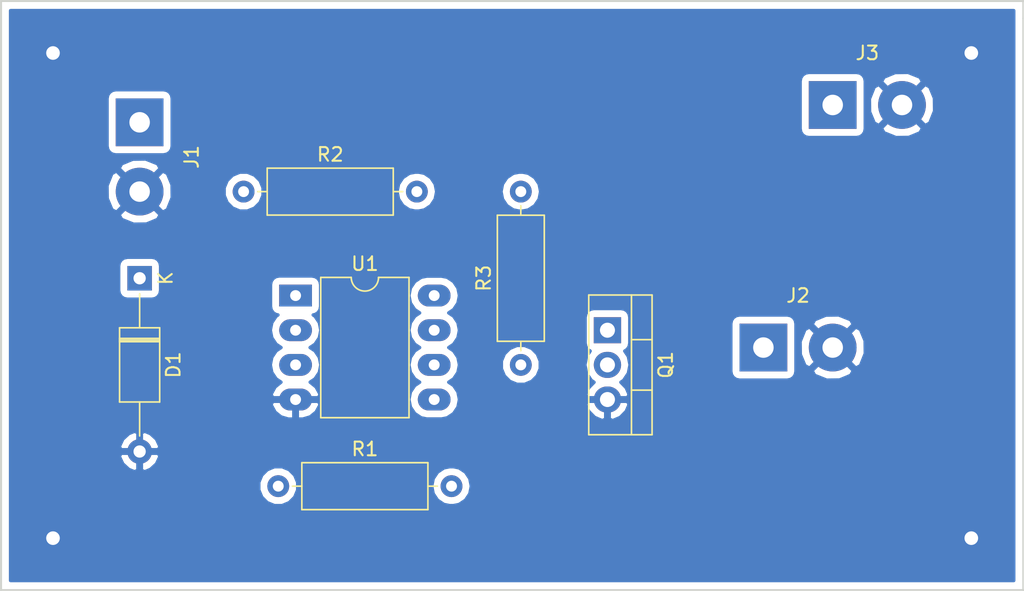
<source format=kicad_pcb>
(kicad_pcb (version 20171130) (host pcbnew "(5.0.2)-1")

  (general
    (thickness 1.6)
    (drawings 5)
    (tracks 4)
    (zones 0)
    (modules 9)
    (nets 9)
  )

  (page A4)
  (layers
    (0 F.Cu signal)
    (31 B.Cu signal)
    (32 B.Adhes user)
    (33 F.Adhes user)
    (34 B.Paste user)
    (35 F.Paste user)
    (36 B.SilkS user)
    (37 F.SilkS user)
    (38 B.Mask user)
    (39 F.Mask user)
    (40 Dwgs.User user)
    (41 Cmts.User user)
    (42 Eco1.User user)
    (43 Eco2.User user)
    (44 Edge.Cuts user)
    (45 Margin user)
    (46 B.CrtYd user)
    (47 F.CrtYd user)
    (48 B.Fab user)
    (49 F.Fab user)
  )

  (setup
    (last_trace_width 0.25)
    (trace_clearance 0.2)
    (zone_clearance 0.5)
    (zone_45_only no)
    (trace_min 0.2)
    (segment_width 0.2)
    (edge_width 0.15)
    (via_size 0.8)
    (via_drill 0.4)
    (via_min_size 0.4)
    (via_min_drill 0.3)
    (uvia_size 0.3)
    (uvia_drill 0.1)
    (uvias_allowed no)
    (uvia_min_size 0.2)
    (uvia_min_drill 0.1)
    (pcb_text_width 0.3)
    (pcb_text_size 1.5 1.5)
    (mod_edge_width 0.15)
    (mod_text_size 1 1)
    (mod_text_width 0.15)
    (pad_size 1.524 1.524)
    (pad_drill 0.762)
    (pad_to_mask_clearance 0.051)
    (solder_mask_min_width 0.25)
    (aux_axis_origin 0 0)
    (visible_elements 7FFFFFFF)
    (pcbplotparams
      (layerselection 0x01000_fffffffe)
      (usegerberextensions false)
      (usegerberattributes false)
      (usegerberadvancedattributes false)
      (creategerberjobfile false)
      (excludeedgelayer true)
      (linewidth 0.100000)
      (plotframeref false)
      (viasonmask false)
      (mode 1)
      (useauxorigin false)
      (hpglpennumber 1)
      (hpglpenspeed 20)
      (hpglpendiameter 15.000000)
      (psnegative false)
      (psa4output false)
      (plotreference false)
      (plotvalue false)
      (plotinvisibletext false)
      (padsonsilk false)
      (subtractmaskfromsilk false)
      (outputformat 4)
      (mirror false)
      (drillshape 0)
      (scaleselection 1)
      (outputdirectory "./"))
  )

  (net 0 "")
  (net 1 "Net-(Q1-Pad1)")
  (net 2 GND)
  (net 3 "Net-(D1-Pad1)")
  (net 4 +12V)
  (net 5 "Net-(R2-Pad2)")
  (net 6 "Net-(J2-Pad1)")
  (net 7 "Net-(J3-Pad1)")
  (net 8 "Net-(R3-Pad2)")

  (net_class Default "This is the default net class."
    (clearance 0.2)
    (trace_width 0.25)
    (via_dia 0.8)
    (via_drill 0.4)
    (uvia_dia 0.3)
    (uvia_drill 0.1)
    (add_net +12V)
    (add_net GND)
    (add_net "Net-(D1-Pad1)")
    (add_net "Net-(J3-Pad1)")
    (add_net "Net-(Q1-Pad1)")
    (add_net "Net-(R2-Pad2)")
    (add_net "Net-(R3-Pad2)")
  )

  (net_class tl035 ""
    (clearance 0.2)
    (trace_width 0.35)
    (via_dia 0.8)
    (via_drill 0.4)
    (uvia_dia 0.3)
    (uvia_drill 0.1)
    (add_net "Net-(J2-Pad1)")
  )

  (module Package_TO_SOT_THT:TO-220-3_Vertical (layer F.Cu) (tedit 5AC8BA0D) (tstamp 5C6C44FD)
    (at 166.37 59.69 270)
    (descr "TO-220-3, Vertical, RM 2.54mm, see https://www.vishay.com/docs/66542/to-220-1.pdf")
    (tags "TO-220-3 Vertical RM 2.54mm")
    (path /5C6C13F9)
    (fp_text reference Q1 (at 2.54 -4.27 270) (layer F.SilkS)
      (effects (font (size 1 1) (thickness 0.15)))
    )
    (fp_text value BUZ11 (at 2.54 2.5 270) (layer F.Fab)
      (effects (font (size 1 1) (thickness 0.15)))
    )
    (fp_line (start -2.46 -3.15) (end -2.46 1.25) (layer F.Fab) (width 0.1))
    (fp_line (start -2.46 1.25) (end 7.54 1.25) (layer F.Fab) (width 0.1))
    (fp_line (start 7.54 1.25) (end 7.54 -3.15) (layer F.Fab) (width 0.1))
    (fp_line (start 7.54 -3.15) (end -2.46 -3.15) (layer F.Fab) (width 0.1))
    (fp_line (start -2.46 -1.88) (end 7.54 -1.88) (layer F.Fab) (width 0.1))
    (fp_line (start 0.69 -3.15) (end 0.69 -1.88) (layer F.Fab) (width 0.1))
    (fp_line (start 4.39 -3.15) (end 4.39 -1.88) (layer F.Fab) (width 0.1))
    (fp_line (start -2.58 -3.27) (end 7.66 -3.27) (layer F.SilkS) (width 0.12))
    (fp_line (start -2.58 1.371) (end 7.66 1.371) (layer F.SilkS) (width 0.12))
    (fp_line (start -2.58 -3.27) (end -2.58 1.371) (layer F.SilkS) (width 0.12))
    (fp_line (start 7.66 -3.27) (end 7.66 1.371) (layer F.SilkS) (width 0.12))
    (fp_line (start -2.58 -1.76) (end 7.66 -1.76) (layer F.SilkS) (width 0.12))
    (fp_line (start 0.69 -3.27) (end 0.69 -1.76) (layer F.SilkS) (width 0.12))
    (fp_line (start 4.391 -3.27) (end 4.391 -1.76) (layer F.SilkS) (width 0.12))
    (fp_line (start -2.71 -3.4) (end -2.71 1.51) (layer F.CrtYd) (width 0.05))
    (fp_line (start -2.71 1.51) (end 7.79 1.51) (layer F.CrtYd) (width 0.05))
    (fp_line (start 7.79 1.51) (end 7.79 -3.4) (layer F.CrtYd) (width 0.05))
    (fp_line (start 7.79 -3.4) (end -2.71 -3.4) (layer F.CrtYd) (width 0.05))
    (fp_text user %R (at 2.54 -4.27 270) (layer F.Fab)
      (effects (font (size 1 1) (thickness 0.15)))
    )
    (pad 1 thru_hole rect (at 0 0 270) (size 1.905 2) (drill 1.1) (layers *.Cu *.Mask)
      (net 1 "Net-(Q1-Pad1)"))
    (pad 2 thru_hole oval (at 2.54 0 270) (size 1.905 2) (drill 1.1) (layers *.Cu *.Mask)
      (net 7 "Net-(J3-Pad1)"))
    (pad 3 thru_hole oval (at 5.08 0 270) (size 1.905 2) (drill 1.1) (layers *.Cu *.Mask)
      (net 2 GND))
    (model ${KISYS3DMOD}/Package_TO_SOT_THT.3dshapes/TO-220-3_Vertical.wrl
      (at (xyz 0 0 0))
      (scale (xyz 1 1 1))
      (rotate (xyz 0 0 0))
    )
  )

  (module Resistor_THT:R_Axial_DIN0309_L9.0mm_D3.2mm_P12.70mm_Horizontal (layer F.Cu) (tedit 5AE5139B) (tstamp 5C6C932D)
    (at 160.02 62.23 90)
    (descr "Resistor, Axial_DIN0309 series, Axial, Horizontal, pin pitch=12.7mm, 0.5W = 1/2W, length*diameter=9*3.2mm^2, http://cdn-reichelt.de/documents/datenblatt/B400/1_4W%23YAG.pdf")
    (tags "Resistor Axial_DIN0309 series Axial Horizontal pin pitch 12.7mm 0.5W = 1/2W length 9mm diameter 3.2mm")
    (path /5C6C1AFD)
    (fp_text reference R3 (at 6.35 -2.72 90) (layer F.SilkS)
      (effects (font (size 1 1) (thickness 0.15)))
    )
    (fp_text value 120 (at 6.35 2.72 90) (layer F.Fab)
      (effects (font (size 1 1) (thickness 0.15)))
    )
    (fp_line (start 1.85 -1.6) (end 1.85 1.6) (layer F.Fab) (width 0.1))
    (fp_line (start 1.85 1.6) (end 10.85 1.6) (layer F.Fab) (width 0.1))
    (fp_line (start 10.85 1.6) (end 10.85 -1.6) (layer F.Fab) (width 0.1))
    (fp_line (start 10.85 -1.6) (end 1.85 -1.6) (layer F.Fab) (width 0.1))
    (fp_line (start 0 0) (end 1.85 0) (layer F.Fab) (width 0.1))
    (fp_line (start 12.7 0) (end 10.85 0) (layer F.Fab) (width 0.1))
    (fp_line (start 1.73 -1.72) (end 1.73 1.72) (layer F.SilkS) (width 0.12))
    (fp_line (start 1.73 1.72) (end 10.97 1.72) (layer F.SilkS) (width 0.12))
    (fp_line (start 10.97 1.72) (end 10.97 -1.72) (layer F.SilkS) (width 0.12))
    (fp_line (start 10.97 -1.72) (end 1.73 -1.72) (layer F.SilkS) (width 0.12))
    (fp_line (start 1.04 0) (end 1.73 0) (layer F.SilkS) (width 0.12))
    (fp_line (start 11.66 0) (end 10.97 0) (layer F.SilkS) (width 0.12))
    (fp_line (start -1.05 -1.85) (end -1.05 1.85) (layer F.CrtYd) (width 0.05))
    (fp_line (start -1.05 1.85) (end 13.75 1.85) (layer F.CrtYd) (width 0.05))
    (fp_line (start 13.75 1.85) (end 13.75 -1.85) (layer F.CrtYd) (width 0.05))
    (fp_line (start 13.75 -1.85) (end -1.05 -1.85) (layer F.CrtYd) (width 0.05))
    (fp_text user %R (at 6.35 0 90) (layer F.Fab)
      (effects (font (size 1 1) (thickness 0.15)))
    )
    (pad 1 thru_hole circle (at 0 0 90) (size 1.6 1.6) (drill 0.8) (layers *.Cu *.Mask)
      (net 1 "Net-(Q1-Pad1)"))
    (pad 2 thru_hole oval (at 12.7 0 90) (size 1.6 1.6) (drill 0.8) (layers *.Cu *.Mask)
      (net 8 "Net-(R3-Pad2)"))
    (model ${KISYS3DMOD}/Resistor_THT.3dshapes/R_Axial_DIN0309_L9.0mm_D3.2mm_P12.70mm_Horizontal.wrl
      (at (xyz 0 0 0))
      (scale (xyz 1 1 1))
      (rotate (xyz 0 0 0))
    )
  )

  (module Diode_THT:D_A-405_P12.70mm_Horizontal (layer F.Cu) (tedit 5AE50CD5) (tstamp 5C6C916F)
    (at 132.08 55.88 270)
    (descr "Diode, A-405 series, Axial, Horizontal, pin pitch=12.7mm, , length*diameter=5.2*2.7mm^2, , http://www.diodes.com/_files/packages/A-405.pdf")
    (tags "Diode A-405 series Axial Horizontal pin pitch 12.7mm  length 5.2mm diameter 2.7mm")
    (path /5C6C4D91)
    (fp_text reference D1 (at 6.35 -2.47 270) (layer F.SilkS)
      (effects (font (size 1 1) (thickness 0.15)))
    )
    (fp_text value D_Zener (at 6.35 2.47 270) (layer F.Fab)
      (effects (font (size 1 1) (thickness 0.15)))
    )
    (fp_line (start 3.75 -1.35) (end 3.75 1.35) (layer F.Fab) (width 0.1))
    (fp_line (start 3.75 1.35) (end 8.95 1.35) (layer F.Fab) (width 0.1))
    (fp_line (start 8.95 1.35) (end 8.95 -1.35) (layer F.Fab) (width 0.1))
    (fp_line (start 8.95 -1.35) (end 3.75 -1.35) (layer F.Fab) (width 0.1))
    (fp_line (start 0 0) (end 3.75 0) (layer F.Fab) (width 0.1))
    (fp_line (start 12.7 0) (end 8.95 0) (layer F.Fab) (width 0.1))
    (fp_line (start 4.53 -1.35) (end 4.53 1.35) (layer F.Fab) (width 0.1))
    (fp_line (start 4.63 -1.35) (end 4.63 1.35) (layer F.Fab) (width 0.1))
    (fp_line (start 4.43 -1.35) (end 4.43 1.35) (layer F.Fab) (width 0.1))
    (fp_line (start 3.63 -1.47) (end 3.63 1.47) (layer F.SilkS) (width 0.12))
    (fp_line (start 3.63 1.47) (end 9.07 1.47) (layer F.SilkS) (width 0.12))
    (fp_line (start 9.07 1.47) (end 9.07 -1.47) (layer F.SilkS) (width 0.12))
    (fp_line (start 9.07 -1.47) (end 3.63 -1.47) (layer F.SilkS) (width 0.12))
    (fp_line (start 1.14 0) (end 3.63 0) (layer F.SilkS) (width 0.12))
    (fp_line (start 11.56 0) (end 9.07 0) (layer F.SilkS) (width 0.12))
    (fp_line (start 4.53 -1.47) (end 4.53 1.47) (layer F.SilkS) (width 0.12))
    (fp_line (start 4.65 -1.47) (end 4.65 1.47) (layer F.SilkS) (width 0.12))
    (fp_line (start 4.41 -1.47) (end 4.41 1.47) (layer F.SilkS) (width 0.12))
    (fp_line (start -1.15 -1.6) (end -1.15 1.6) (layer F.CrtYd) (width 0.05))
    (fp_line (start -1.15 1.6) (end 13.85 1.6) (layer F.CrtYd) (width 0.05))
    (fp_line (start 13.85 1.6) (end 13.85 -1.6) (layer F.CrtYd) (width 0.05))
    (fp_line (start 13.85 -1.6) (end -1.15 -1.6) (layer F.CrtYd) (width 0.05))
    (fp_text user %R (at 6.74 0 270) (layer F.Fab)
      (effects (font (size 1 1) (thickness 0.15)))
    )
    (fp_text user K (at 0 -1.9 270) (layer F.Fab)
      (effects (font (size 1 1) (thickness 0.15)))
    )
    (fp_text user K (at 0 -1.9 270) (layer F.SilkS)
      (effects (font (size 1 1) (thickness 0.15)))
    )
    (pad 1 thru_hole rect (at 0 0 270) (size 1.8 1.8) (drill 0.9) (layers *.Cu *.Mask)
      (net 3 "Net-(D1-Pad1)"))
    (pad 2 thru_hole oval (at 12.7 0 270) (size 1.8 1.8) (drill 0.9) (layers *.Cu *.Mask)
      (net 2 GND))
    (model ${KISYS3DMOD}/Diode_THT.3dshapes/D_A-405_P12.70mm_Horizontal.wrl
      (at (xyz 0 0 0))
      (scale (xyz 1 1 1))
      (rotate (xyz 0 0 0))
    )
  )

  (module Resistor_THT:R_Axial_DIN0309_L9.0mm_D3.2mm_P12.70mm_Horizontal (layer F.Cu) (tedit 5AE5139B) (tstamp 5C6C9186)
    (at 142.24 71.12)
    (descr "Resistor, Axial_DIN0309 series, Axial, Horizontal, pin pitch=12.7mm, 0.5W = 1/2W, length*diameter=9*3.2mm^2, http://cdn-reichelt.de/documents/datenblatt/B400/1_4W%23YAG.pdf")
    (tags "Resistor Axial_DIN0309 series Axial Horizontal pin pitch 12.7mm 0.5W = 1/2W length 9mm diameter 3.2mm")
    (path /5C6C1831)
    (fp_text reference R1 (at 6.35 -2.72) (layer F.SilkS)
      (effects (font (size 1 1) (thickness 0.15)))
    )
    (fp_text value 1k (at 6.35 2.72) (layer F.Fab)
      (effects (font (size 1 1) (thickness 0.15)))
    )
    (fp_text user %R (at 6.35 0) (layer F.Fab)
      (effects (font (size 1 1) (thickness 0.15)))
    )
    (fp_line (start 13.75 -1.85) (end -1.05 -1.85) (layer F.CrtYd) (width 0.05))
    (fp_line (start 13.75 1.85) (end 13.75 -1.85) (layer F.CrtYd) (width 0.05))
    (fp_line (start -1.05 1.85) (end 13.75 1.85) (layer F.CrtYd) (width 0.05))
    (fp_line (start -1.05 -1.85) (end -1.05 1.85) (layer F.CrtYd) (width 0.05))
    (fp_line (start 11.66 0) (end 10.97 0) (layer F.SilkS) (width 0.12))
    (fp_line (start 1.04 0) (end 1.73 0) (layer F.SilkS) (width 0.12))
    (fp_line (start 10.97 -1.72) (end 1.73 -1.72) (layer F.SilkS) (width 0.12))
    (fp_line (start 10.97 1.72) (end 10.97 -1.72) (layer F.SilkS) (width 0.12))
    (fp_line (start 1.73 1.72) (end 10.97 1.72) (layer F.SilkS) (width 0.12))
    (fp_line (start 1.73 -1.72) (end 1.73 1.72) (layer F.SilkS) (width 0.12))
    (fp_line (start 12.7 0) (end 10.85 0) (layer F.Fab) (width 0.1))
    (fp_line (start 0 0) (end 1.85 0) (layer F.Fab) (width 0.1))
    (fp_line (start 10.85 -1.6) (end 1.85 -1.6) (layer F.Fab) (width 0.1))
    (fp_line (start 10.85 1.6) (end 10.85 -1.6) (layer F.Fab) (width 0.1))
    (fp_line (start 1.85 1.6) (end 10.85 1.6) (layer F.Fab) (width 0.1))
    (fp_line (start 1.85 -1.6) (end 1.85 1.6) (layer F.Fab) (width 0.1))
    (pad 2 thru_hole oval (at 12.7 0) (size 1.6 1.6) (drill 0.8) (layers *.Cu *.Mask)
      (net 4 +12V))
    (pad 1 thru_hole circle (at 0 0) (size 1.6 1.6) (drill 0.8) (layers *.Cu *.Mask)
      (net 3 "Net-(D1-Pad1)"))
    (model ${KISYS3DMOD}/Resistor_THT.3dshapes/R_Axial_DIN0309_L9.0mm_D3.2mm_P12.70mm_Horizontal.wrl
      (at (xyz 0 0 0))
      (scale (xyz 1 1 1))
      (rotate (xyz 0 0 0))
    )
  )

  (module Resistor_THT:R_Axial_DIN0309_L9.0mm_D3.2mm_P12.70mm_Horizontal (layer F.Cu) (tedit 5AE5139B) (tstamp 5C6C919D)
    (at 139.7 49.53)
    (descr "Resistor, Axial_DIN0309 series, Axial, Horizontal, pin pitch=12.7mm, 0.5W = 1/2W, length*diameter=9*3.2mm^2, http://cdn-reichelt.de/documents/datenblatt/B400/1_4W%23YAG.pdf")
    (tags "Resistor Axial_DIN0309 series Axial Horizontal pin pitch 12.7mm 0.5W = 1/2W length 9mm diameter 3.2mm")
    (path /5C6C17A3)
    (fp_text reference R2 (at 6.35 -2.72) (layer F.SilkS)
      (effects (font (size 1 1) (thickness 0.15)))
    )
    (fp_text value 10k (at 6.35 2.72) (layer F.Fab)
      (effects (font (size 1 1) (thickness 0.15)))
    )
    (fp_line (start 1.85 -1.6) (end 1.85 1.6) (layer F.Fab) (width 0.1))
    (fp_line (start 1.85 1.6) (end 10.85 1.6) (layer F.Fab) (width 0.1))
    (fp_line (start 10.85 1.6) (end 10.85 -1.6) (layer F.Fab) (width 0.1))
    (fp_line (start 10.85 -1.6) (end 1.85 -1.6) (layer F.Fab) (width 0.1))
    (fp_line (start 0 0) (end 1.85 0) (layer F.Fab) (width 0.1))
    (fp_line (start 12.7 0) (end 10.85 0) (layer F.Fab) (width 0.1))
    (fp_line (start 1.73 -1.72) (end 1.73 1.72) (layer F.SilkS) (width 0.12))
    (fp_line (start 1.73 1.72) (end 10.97 1.72) (layer F.SilkS) (width 0.12))
    (fp_line (start 10.97 1.72) (end 10.97 -1.72) (layer F.SilkS) (width 0.12))
    (fp_line (start 10.97 -1.72) (end 1.73 -1.72) (layer F.SilkS) (width 0.12))
    (fp_line (start 1.04 0) (end 1.73 0) (layer F.SilkS) (width 0.12))
    (fp_line (start 11.66 0) (end 10.97 0) (layer F.SilkS) (width 0.12))
    (fp_line (start -1.05 -1.85) (end -1.05 1.85) (layer F.CrtYd) (width 0.05))
    (fp_line (start -1.05 1.85) (end 13.75 1.85) (layer F.CrtYd) (width 0.05))
    (fp_line (start 13.75 1.85) (end 13.75 -1.85) (layer F.CrtYd) (width 0.05))
    (fp_line (start 13.75 -1.85) (end -1.05 -1.85) (layer F.CrtYd) (width 0.05))
    (fp_text user %R (at 6.35 0) (layer F.Fab)
      (effects (font (size 1 1) (thickness 0.15)))
    )
    (pad 1 thru_hole circle (at 0 0) (size 1.6 1.6) (drill 0.8) (layers *.Cu *.Mask)
      (net 6 "Net-(J2-Pad1)"))
    (pad 2 thru_hole oval (at 12.7 0) (size 1.6 1.6) (drill 0.8) (layers *.Cu *.Mask)
      (net 5 "Net-(R2-Pad2)"))
    (model ${KISYS3DMOD}/Resistor_THT.3dshapes/R_Axial_DIN0309_L9.0mm_D3.2mm_P12.70mm_Horizontal.wrl
      (at (xyz 0 0 0))
      (scale (xyz 1 1 1))
      (rotate (xyz 0 0 0))
    )
  )

  (module Package_DIP:DIP-8_W10.16mm_LongPads (layer F.Cu) (tedit 5A02E8C5) (tstamp 5C6C91B9)
    (at 143.51 57.15)
    (descr "8-lead though-hole mounted DIP package, row spacing 10.16 mm (400 mils), LongPads")
    (tags "THT DIP DIL PDIP 2.54mm 10.16mm 400mil LongPads")
    (path /5C6C5176)
    (fp_text reference U1 (at 5.08 -2.33) (layer F.SilkS)
      (effects (font (size 1 1) (thickness 0.15)))
    )
    (fp_text value LM741 (at 5.08 9.95) (layer F.Fab)
      (effects (font (size 1 1) (thickness 0.15)))
    )
    (fp_arc (start 5.08 -1.33) (end 4.08 -1.33) (angle -180) (layer F.SilkS) (width 0.12))
    (fp_line (start 2.905 -1.27) (end 8.255 -1.27) (layer F.Fab) (width 0.1))
    (fp_line (start 8.255 -1.27) (end 8.255 8.89) (layer F.Fab) (width 0.1))
    (fp_line (start 8.255 8.89) (end 1.905 8.89) (layer F.Fab) (width 0.1))
    (fp_line (start 1.905 8.89) (end 1.905 -0.27) (layer F.Fab) (width 0.1))
    (fp_line (start 1.905 -0.27) (end 2.905 -1.27) (layer F.Fab) (width 0.1))
    (fp_line (start 4.08 -1.33) (end 1.845 -1.33) (layer F.SilkS) (width 0.12))
    (fp_line (start 1.845 -1.33) (end 1.845 8.95) (layer F.SilkS) (width 0.12))
    (fp_line (start 1.845 8.95) (end 8.315 8.95) (layer F.SilkS) (width 0.12))
    (fp_line (start 8.315 8.95) (end 8.315 -1.33) (layer F.SilkS) (width 0.12))
    (fp_line (start 8.315 -1.33) (end 6.08 -1.33) (layer F.SilkS) (width 0.12))
    (fp_line (start -1.5 -1.55) (end -1.5 9.15) (layer F.CrtYd) (width 0.05))
    (fp_line (start -1.5 9.15) (end 11.65 9.15) (layer F.CrtYd) (width 0.05))
    (fp_line (start 11.65 9.15) (end 11.65 -1.55) (layer F.CrtYd) (width 0.05))
    (fp_line (start 11.65 -1.55) (end -1.5 -1.55) (layer F.CrtYd) (width 0.05))
    (fp_text user %R (at 5.08 3.81) (layer F.Fab)
      (effects (font (size 1 1) (thickness 0.15)))
    )
    (pad 1 thru_hole rect (at 0 0) (size 2.4 1.6) (drill 0.8) (layers *.Cu *.Mask))
    (pad 5 thru_hole oval (at 10.16 7.62) (size 2.4 1.6) (drill 0.8) (layers *.Cu *.Mask))
    (pad 2 thru_hole oval (at 0 2.54) (size 2.4 1.6) (drill 0.8) (layers *.Cu *.Mask)
      (net 5 "Net-(R2-Pad2)"))
    (pad 6 thru_hole oval (at 10.16 5.08) (size 2.4 1.6) (drill 0.8) (layers *.Cu *.Mask)
      (net 8 "Net-(R3-Pad2)"))
    (pad 3 thru_hole oval (at 0 5.08) (size 2.4 1.6) (drill 0.8) (layers *.Cu *.Mask)
      (net 3 "Net-(D1-Pad1)"))
    (pad 7 thru_hole oval (at 10.16 2.54) (size 2.4 1.6) (drill 0.8) (layers *.Cu *.Mask)
      (net 4 +12V))
    (pad 4 thru_hole oval (at 0 7.62) (size 2.4 1.6) (drill 0.8) (layers *.Cu *.Mask)
      (net 2 GND))
    (pad 8 thru_hole oval (at 10.16 0) (size 2.4 1.6) (drill 0.8) (layers *.Cu *.Mask))
    (model ${KISYS3DMOD}/Package_DIP.3dshapes/DIP-8_W10.16mm.wrl
      (at (xyz 0 0 0))
      (scale (xyz 1 1 1))
      (rotate (xyz 0 0 0))
    )
  )

  (module Connector_Wire:SolderWirePad_1x02_P5.08mm_Drill1.5mm (layer F.Cu) (tedit 5AEE5F19) (tstamp 5C7C4529)
    (at 132.08 44.45 270)
    (descr "Wire solder connection")
    (tags connector)
    (path /5C6C6F0A)
    (attr virtual)
    (fp_text reference J1 (at 2.54 -3.81 270) (layer F.SilkS)
      (effects (font (size 1 1) (thickness 0.15)))
    )
    (fp_text value input (at 2.54 3.81 270) (layer F.Fab)
      (effects (font (size 1 1) (thickness 0.15)))
    )
    (fp_text user %R (at 2.54 0 270) (layer F.Fab)
      (effects (font (size 1 1) (thickness 0.15)))
    )
    (fp_line (start -2.25 -2.25) (end 7.33 -2.25) (layer F.CrtYd) (width 0.05))
    (fp_line (start -2.25 -2.25) (end -2.25 2.25) (layer F.CrtYd) (width 0.05))
    (fp_line (start 7.33 2.25) (end 7.33 -2.25) (layer F.CrtYd) (width 0.05))
    (fp_line (start 7.33 2.25) (end -2.25 2.25) (layer F.CrtYd) (width 0.05))
    (pad 1 thru_hole rect (at 0 0 270) (size 3.50012 3.50012) (drill 1.50114) (layers *.Cu *.Mask)
      (net 4 +12V))
    (pad 2 thru_hole circle (at 5.08 0 270) (size 3.50012 3.50012) (drill 1.50114) (layers *.Cu *.Mask)
      (net 2 GND))
  )

  (module Connector_Wire:SolderWirePad_1x02_P5.08mm_Drill1.5mm (layer F.Cu) (tedit 5AEE5F19) (tstamp 5C7C4534)
    (at 177.8 60.96)
    (descr "Wire solder connection")
    (tags connector)
    (path /5C6C6B7B)
    (attr virtual)
    (fp_text reference J2 (at 2.54 -3.81) (layer F.SilkS)
      (effects (font (size 1 1) (thickness 0.15)))
    )
    (fp_text value PWM (at 2.54 3.81) (layer F.Fab)
      (effects (font (size 1 1) (thickness 0.15)))
    )
    (fp_text user %R (at 2.54 0) (layer F.Fab)
      (effects (font (size 1 1) (thickness 0.15)))
    )
    (fp_line (start -2.25 -2.25) (end 7.33 -2.25) (layer F.CrtYd) (width 0.05))
    (fp_line (start -2.25 -2.25) (end -2.25 2.25) (layer F.CrtYd) (width 0.05))
    (fp_line (start 7.33 2.25) (end 7.33 -2.25) (layer F.CrtYd) (width 0.05))
    (fp_line (start 7.33 2.25) (end -2.25 2.25) (layer F.CrtYd) (width 0.05))
    (pad 1 thru_hole rect (at 0 0) (size 3.50012 3.50012) (drill 1.50114) (layers *.Cu *.Mask)
      (net 6 "Net-(J2-Pad1)"))
    (pad 2 thru_hole circle (at 5.08 0) (size 3.50012 3.50012) (drill 1.50114) (layers *.Cu *.Mask)
      (net 2 GND))
  )

  (module Connector_Wire:SolderWirePad_1x02_P5.08mm_Drill1.5mm (layer F.Cu) (tedit 5AEE5F19) (tstamp 5C7C453F)
    (at 182.88 43.18)
    (descr "Wire solder connection")
    (tags connector)
    (path /5C6C6DFD)
    (attr virtual)
    (fp_text reference J3 (at 2.54 -3.81) (layer F.SilkS)
      (effects (font (size 1 1) (thickness 0.15)))
    )
    (fp_text value "LED strip" (at 2.54 3.81) (layer F.Fab)
      (effects (font (size 1 1) (thickness 0.15)))
    )
    (fp_line (start 7.33 2.25) (end -2.25 2.25) (layer F.CrtYd) (width 0.05))
    (fp_line (start 7.33 2.25) (end 7.33 -2.25) (layer F.CrtYd) (width 0.05))
    (fp_line (start -2.25 -2.25) (end -2.25 2.25) (layer F.CrtYd) (width 0.05))
    (fp_line (start -2.25 -2.25) (end 7.33 -2.25) (layer F.CrtYd) (width 0.05))
    (fp_text user %R (at 2.54 0) (layer F.Fab)
      (effects (font (size 1 1) (thickness 0.15)))
    )
    (pad 2 thru_hole circle (at 5.08 0) (size 3.50012 3.50012) (drill 1.50114) (layers *.Cu *.Mask)
      (net 2 GND))
    (pad 1 thru_hole rect (at 0 0) (size 3.50012 3.50012) (drill 1.50114) (layers *.Cu *.Mask)
      (net 7 "Net-(J3-Pad1)"))
  )

  (gr_line (start 196.85 35.56) (end 196.85 36.83) (layer Edge.Cuts) (width 0.15))
  (gr_line (start 121.92 35.56) (end 196.85 35.56) (layer Edge.Cuts) (width 0.15))
  (gr_line (start 121.92 35.56) (end 121.92 78.74) (layer Edge.Cuts) (width 0.15))
  (gr_line (start 196.85 78.74) (end 196.85 36.83) (layer Edge.Cuts) (width 0.15))
  (gr_line (start 121.92 78.74) (end 196.85 78.74) (layer Edge.Cuts) (width 0.15))

  (via (at 193.04 39.37) (size 4) (drill 1) (layers F.Cu B.Cu) (net 2))
  (via (at 193.04 74.93) (size 4) (drill 1) (layers F.Cu B.Cu) (net 2))
  (via (at 125.73 74.93) (size 4) (drill 1) (layers F.Cu B.Cu) (net 2))
  (via (at 125.73 39.37) (size 4) (drill 1) (layers F.Cu B.Cu) (net 2))

  (zone (net 2) (net_name GND) (layer B.Cu) (tstamp 5C7523F1) (hatch edge 0.508)
    (connect_pads (clearance 0.5))
    (min_thickness 0.254)
    (fill yes (arc_segments 16) (thermal_gap 0.508) (thermal_bridge_width 0.508))
    (polygon
      (pts
        (xy 121.92 35.56) (xy 196.85 35.56) (xy 196.85 78.74) (xy 121.92 78.74)
      )
    )
    (filled_polygon
      (pts
        (xy 196.148001 36.760864) (xy 196.148 78.038) (xy 122.622 78.038) (xy 122.622 70.836152) (xy 140.813 70.836152)
        (xy 140.813 71.403848) (xy 141.030247 71.928331) (xy 141.431669 72.329753) (xy 141.956152 72.547) (xy 142.523848 72.547)
        (xy 143.048331 72.329753) (xy 143.449753 71.928331) (xy 143.667 71.403848) (xy 143.667 71.12) (xy 153.485044 71.12)
        (xy 153.595796 71.676788) (xy 153.911191 72.148809) (xy 154.383212 72.464204) (xy 154.799456 72.547) (xy 155.080544 72.547)
        (xy 155.496788 72.464204) (xy 155.968809 72.148809) (xy 156.284204 71.676788) (xy 156.394956 71.12) (xy 156.284204 70.563212)
        (xy 155.968809 70.091191) (xy 155.496788 69.775796) (xy 155.080544 69.693) (xy 154.799456 69.693) (xy 154.383212 69.775796)
        (xy 153.911191 70.091191) (xy 153.595796 70.563212) (xy 153.485044 71.12) (xy 143.667 71.12) (xy 143.667 70.836152)
        (xy 143.449753 70.311669) (xy 143.048331 69.910247) (xy 142.523848 69.693) (xy 141.956152 69.693) (xy 141.431669 69.910247)
        (xy 141.030247 70.311669) (xy 140.813 70.836152) (xy 122.622 70.836152) (xy 122.622 68.944742) (xy 130.588954 68.944742)
        (xy 130.842034 69.487576) (xy 131.283583 69.89224) (xy 131.71526 70.071036) (xy 131.953 69.950378) (xy 131.953 68.707)
        (xy 132.207 68.707) (xy 132.207 69.950378) (xy 132.44474 70.071036) (xy 132.876417 69.89224) (xy 133.317966 69.487576)
        (xy 133.571046 68.944742) (xy 133.450997 68.707) (xy 132.207 68.707) (xy 131.953 68.707) (xy 130.709003 68.707)
        (xy 130.588954 68.944742) (xy 122.622 68.944742) (xy 122.622 68.215258) (xy 130.588954 68.215258) (xy 130.709003 68.453)
        (xy 131.953 68.453) (xy 131.953 67.209622) (xy 132.207 67.209622) (xy 132.207 68.453) (xy 133.450997 68.453)
        (xy 133.571046 68.215258) (xy 133.317966 67.672424) (xy 132.876417 67.26776) (xy 132.44474 67.088964) (xy 132.207 67.209622)
        (xy 131.953 67.209622) (xy 131.71526 67.088964) (xy 131.283583 67.26776) (xy 130.842034 67.672424) (xy 130.588954 68.215258)
        (xy 122.622 68.215258) (xy 122.622 65.119039) (xy 141.718096 65.119039) (xy 141.735633 65.201819) (xy 142.0055 65.694896)
        (xy 142.443517 66.047166) (xy 142.983 66.205) (xy 143.383 66.205) (xy 143.383 64.897) (xy 143.637 64.897)
        (xy 143.637 66.205) (xy 144.037 66.205) (xy 144.576483 66.047166) (xy 145.0145 65.694896) (xy 145.284367 65.201819)
        (xy 145.301904 65.119039) (xy 145.179915 64.897) (xy 143.637 64.897) (xy 143.383 64.897) (xy 141.840085 64.897)
        (xy 141.718096 65.119039) (xy 122.622 65.119039) (xy 122.622 59.69) (xy 141.655044 59.69) (xy 141.765796 60.246788)
        (xy 142.081191 60.718809) (xy 142.442158 60.96) (xy 142.081191 61.201191) (xy 141.765796 61.673212) (xy 141.655044 62.23)
        (xy 141.765796 62.786788) (xy 142.081191 63.258809) (xy 142.438034 63.497244) (xy 142.0055 63.845104) (xy 141.735633 64.338181)
        (xy 141.718096 64.420961) (xy 141.840085 64.643) (xy 143.383 64.643) (xy 143.383 64.623) (xy 143.637 64.623)
        (xy 143.637 64.643) (xy 145.179915 64.643) (xy 145.301904 64.420961) (xy 145.284367 64.338181) (xy 145.0145 63.845104)
        (xy 144.581966 63.497244) (xy 144.938809 63.258809) (xy 145.254204 62.786788) (xy 145.364956 62.23) (xy 145.254204 61.673212)
        (xy 144.938809 61.201191) (xy 144.577842 60.96) (xy 144.938809 60.718809) (xy 145.254204 60.246788) (xy 145.364956 59.69)
        (xy 145.254204 59.133212) (xy 144.938809 58.661191) (xy 144.80339 58.570706) (xy 144.954643 58.54062) (xy 145.162041 58.402041)
        (xy 145.30062 58.194643) (xy 145.349283 57.95) (xy 145.349283 57.15) (xy 151.815044 57.15) (xy 151.925796 57.706788)
        (xy 152.241191 58.178809) (xy 152.602158 58.42) (xy 152.241191 58.661191) (xy 151.925796 59.133212) (xy 151.815044 59.69)
        (xy 151.925796 60.246788) (xy 152.241191 60.718809) (xy 152.602158 60.96) (xy 152.241191 61.201191) (xy 151.925796 61.673212)
        (xy 151.815044 62.23) (xy 151.925796 62.786788) (xy 152.241191 63.258809) (xy 152.602158 63.5) (xy 152.241191 63.741191)
        (xy 151.925796 64.213212) (xy 151.815044 64.77) (xy 151.925796 65.326788) (xy 152.241191 65.798809) (xy 152.713212 66.114204)
        (xy 153.129456 66.197) (xy 154.210544 66.197) (xy 154.626788 66.114204) (xy 155.098809 65.798809) (xy 155.414204 65.326788)
        (xy 155.450765 65.14298) (xy 164.779437 65.14298) (xy 164.994027 65.636924) (xy 165.426909 66.079318) (xy 165.996136 66.32238)
        (xy 166.243 66.195572) (xy 166.243 64.897) (xy 166.497 64.897) (xy 166.497 66.195572) (xy 166.743864 66.32238)
        (xy 167.313091 66.079318) (xy 167.745973 65.636924) (xy 167.960563 65.14298) (xy 167.840594 64.897) (xy 166.497 64.897)
        (xy 166.243 64.897) (xy 164.899406 64.897) (xy 164.779437 65.14298) (xy 155.450765 65.14298) (xy 155.524956 64.77)
        (xy 155.414204 64.213212) (xy 155.098809 63.741191) (xy 154.737842 63.5) (xy 155.098809 63.258809) (xy 155.414204 62.786788)
        (xy 155.524956 62.23) (xy 155.468496 61.946152) (xy 158.593 61.946152) (xy 158.593 62.513848) (xy 158.810247 63.038331)
        (xy 159.211669 63.439753) (xy 159.736152 63.657) (xy 160.303848 63.657) (xy 160.828331 63.439753) (xy 161.229753 63.038331)
        (xy 161.447 62.513848) (xy 161.447 62.23) (xy 164.712056 62.23) (xy 164.834644 62.84629) (xy 165.183744 63.368756)
        (xy 165.385166 63.503342) (xy 164.994027 63.903076) (xy 164.779437 64.39702) (xy 164.899406 64.643) (xy 166.243 64.643)
        (xy 166.243 64.623) (xy 166.497 64.623) (xy 166.497 64.643) (xy 167.840594 64.643) (xy 167.960563 64.39702)
        (xy 167.745973 63.903076) (xy 167.354834 63.503342) (xy 167.556256 63.368756) (xy 167.905356 62.84629) (xy 168.027944 62.23)
        (xy 167.905356 61.61371) (xy 167.639816 61.2163) (xy 167.822041 61.094541) (xy 167.96062 60.887143) (xy 168.009283 60.6425)
        (xy 168.009283 59.20994) (xy 175.410657 59.20994) (xy 175.410657 62.71006) (xy 175.45932 62.954703) (xy 175.597899 63.162101)
        (xy 175.805297 63.30068) (xy 176.04994 63.349343) (xy 179.55006 63.349343) (xy 179.794703 63.30068) (xy 180.002101 63.162101)
        (xy 180.14068 62.954703) (xy 180.189343 62.71006) (xy 180.189343 62.654571) (xy 181.365034 62.654571) (xy 181.555328 62.999319)
        (xy 182.436576 63.351015) (xy 183.385332 63.338701) (xy 184.204672 62.999319) (xy 184.394966 62.654571) (xy 182.88 61.139605)
        (xy 181.365034 62.654571) (xy 180.189343 62.654571) (xy 180.189343 60.516576) (xy 180.488985 60.516576) (xy 180.501299 61.465332)
        (xy 180.840681 62.284672) (xy 181.185429 62.474966) (xy 182.700395 60.96) (xy 183.059605 60.96) (xy 184.574571 62.474966)
        (xy 184.919319 62.284672) (xy 185.271015 61.403424) (xy 185.258701 60.454668) (xy 184.919319 59.635328) (xy 184.574571 59.445034)
        (xy 183.059605 60.96) (xy 182.700395 60.96) (xy 181.185429 59.445034) (xy 180.840681 59.635328) (xy 180.488985 60.516576)
        (xy 180.189343 60.516576) (xy 180.189343 59.265429) (xy 181.365034 59.265429) (xy 182.88 60.780395) (xy 184.394966 59.265429)
        (xy 184.204672 58.920681) (xy 183.323424 58.568985) (xy 182.374668 58.581299) (xy 181.555328 58.920681) (xy 181.365034 59.265429)
        (xy 180.189343 59.265429) (xy 180.189343 59.20994) (xy 180.14068 58.965297) (xy 180.002101 58.757899) (xy 179.794703 58.61932)
        (xy 179.55006 58.570657) (xy 176.04994 58.570657) (xy 175.805297 58.61932) (xy 175.597899 58.757899) (xy 175.45932 58.965297)
        (xy 175.410657 59.20994) (xy 168.009283 59.20994) (xy 168.009283 58.7375) (xy 167.96062 58.492857) (xy 167.822041 58.285459)
        (xy 167.614643 58.14688) (xy 167.37 58.098217) (xy 165.37 58.098217) (xy 165.125357 58.14688) (xy 164.917959 58.285459)
        (xy 164.77938 58.492857) (xy 164.730717 58.7375) (xy 164.730717 60.6425) (xy 164.77938 60.887143) (xy 164.917959 61.094541)
        (xy 165.100184 61.2163) (xy 164.834644 61.61371) (xy 164.712056 62.23) (xy 161.447 62.23) (xy 161.447 61.946152)
        (xy 161.229753 61.421669) (xy 160.828331 61.020247) (xy 160.303848 60.803) (xy 159.736152 60.803) (xy 159.211669 61.020247)
        (xy 158.810247 61.421669) (xy 158.593 61.946152) (xy 155.468496 61.946152) (xy 155.414204 61.673212) (xy 155.098809 61.201191)
        (xy 154.737842 60.96) (xy 155.098809 60.718809) (xy 155.414204 60.246788) (xy 155.524956 59.69) (xy 155.414204 59.133212)
        (xy 155.098809 58.661191) (xy 154.737842 58.42) (xy 155.098809 58.178809) (xy 155.414204 57.706788) (xy 155.524956 57.15)
        (xy 155.414204 56.593212) (xy 155.098809 56.121191) (xy 154.626788 55.805796) (xy 154.210544 55.723) (xy 153.129456 55.723)
        (xy 152.713212 55.805796) (xy 152.241191 56.121191) (xy 151.925796 56.593212) (xy 151.815044 57.15) (xy 145.349283 57.15)
        (xy 145.349283 56.35) (xy 145.30062 56.105357) (xy 145.162041 55.897959) (xy 144.954643 55.75938) (xy 144.71 55.710717)
        (xy 142.31 55.710717) (xy 142.065357 55.75938) (xy 141.857959 55.897959) (xy 141.71938 56.105357) (xy 141.670717 56.35)
        (xy 141.670717 57.95) (xy 141.71938 58.194643) (xy 141.857959 58.402041) (xy 142.065357 58.54062) (xy 142.21661 58.570706)
        (xy 142.081191 58.661191) (xy 141.765796 59.133212) (xy 141.655044 59.69) (xy 122.622 59.69) (xy 122.622 54.98)
        (xy 130.540717 54.98) (xy 130.540717 56.78) (xy 130.58938 57.024643) (xy 130.727959 57.232041) (xy 130.935357 57.37062)
        (xy 131.18 57.419283) (xy 132.98 57.419283) (xy 133.224643 57.37062) (xy 133.432041 57.232041) (xy 133.57062 57.024643)
        (xy 133.619283 56.78) (xy 133.619283 54.98) (xy 133.57062 54.735357) (xy 133.432041 54.527959) (xy 133.224643 54.38938)
        (xy 132.98 54.340717) (xy 131.18 54.340717) (xy 130.935357 54.38938) (xy 130.727959 54.527959) (xy 130.58938 54.735357)
        (xy 130.540717 54.98) (xy 122.622 54.98) (xy 122.622 51.224571) (xy 130.565034 51.224571) (xy 130.755328 51.569319)
        (xy 131.636576 51.921015) (xy 132.585332 51.908701) (xy 133.404672 51.569319) (xy 133.594966 51.224571) (xy 132.08 49.709605)
        (xy 130.565034 51.224571) (xy 122.622 51.224571) (xy 122.622 49.086576) (xy 129.688985 49.086576) (xy 129.701299 50.035332)
        (xy 130.040681 50.854672) (xy 130.385429 51.044966) (xy 131.900395 49.53) (xy 132.259605 49.53) (xy 133.774571 51.044966)
        (xy 134.119319 50.854672) (xy 134.471015 49.973424) (xy 134.461576 49.246152) (xy 138.273 49.246152) (xy 138.273 49.813848)
        (xy 138.490247 50.338331) (xy 138.891669 50.739753) (xy 139.416152 50.957) (xy 139.983848 50.957) (xy 140.508331 50.739753)
        (xy 140.909753 50.338331) (xy 141.127 49.813848) (xy 141.127 49.53) (xy 150.945044 49.53) (xy 151.055796 50.086788)
        (xy 151.371191 50.558809) (xy 151.843212 50.874204) (xy 152.259456 50.957) (xy 152.540544 50.957) (xy 152.956788 50.874204)
        (xy 153.428809 50.558809) (xy 153.744204 50.086788) (xy 153.854956 49.53) (xy 158.565044 49.53) (xy 158.675796 50.086788)
        (xy 158.991191 50.558809) (xy 159.463212 50.874204) (xy 159.879456 50.957) (xy 160.160544 50.957) (xy 160.576788 50.874204)
        (xy 161.048809 50.558809) (xy 161.364204 50.086788) (xy 161.474956 49.53) (xy 161.364204 48.973212) (xy 161.048809 48.501191)
        (xy 160.576788 48.185796) (xy 160.160544 48.103) (xy 159.879456 48.103) (xy 159.463212 48.185796) (xy 158.991191 48.501191)
        (xy 158.675796 48.973212) (xy 158.565044 49.53) (xy 153.854956 49.53) (xy 153.744204 48.973212) (xy 153.428809 48.501191)
        (xy 152.956788 48.185796) (xy 152.540544 48.103) (xy 152.259456 48.103) (xy 151.843212 48.185796) (xy 151.371191 48.501191)
        (xy 151.055796 48.973212) (xy 150.945044 49.53) (xy 141.127 49.53) (xy 141.127 49.246152) (xy 140.909753 48.721669)
        (xy 140.508331 48.320247) (xy 139.983848 48.103) (xy 139.416152 48.103) (xy 138.891669 48.320247) (xy 138.490247 48.721669)
        (xy 138.273 49.246152) (xy 134.461576 49.246152) (xy 134.458701 49.024668) (xy 134.119319 48.205328) (xy 133.774571 48.015034)
        (xy 132.259605 49.53) (xy 131.900395 49.53) (xy 130.385429 48.015034) (xy 130.040681 48.205328) (xy 129.688985 49.086576)
        (xy 122.622 49.086576) (xy 122.622 47.835429) (xy 130.565034 47.835429) (xy 132.08 49.350395) (xy 133.594966 47.835429)
        (xy 133.404672 47.490681) (xy 132.523424 47.138985) (xy 131.574668 47.151299) (xy 130.755328 47.490681) (xy 130.565034 47.835429)
        (xy 122.622 47.835429) (xy 122.622 42.69994) (xy 129.690657 42.69994) (xy 129.690657 46.20006) (xy 129.73932 46.444703)
        (xy 129.877899 46.652101) (xy 130.085297 46.79068) (xy 130.32994 46.839343) (xy 133.83006 46.839343) (xy 134.074703 46.79068)
        (xy 134.282101 46.652101) (xy 134.42068 46.444703) (xy 134.469343 46.20006) (xy 134.469343 42.69994) (xy 134.42068 42.455297)
        (xy 134.282101 42.247899) (xy 134.074703 42.10932) (xy 133.83006 42.060657) (xy 130.32994 42.060657) (xy 130.085297 42.10932)
        (xy 129.877899 42.247899) (xy 129.73932 42.455297) (xy 129.690657 42.69994) (xy 122.622 42.69994) (xy 122.622 41.42994)
        (xy 180.490657 41.42994) (xy 180.490657 44.93006) (xy 180.53932 45.174703) (xy 180.677899 45.382101) (xy 180.885297 45.52068)
        (xy 181.12994 45.569343) (xy 184.63006 45.569343) (xy 184.874703 45.52068) (xy 185.082101 45.382101) (xy 185.22068 45.174703)
        (xy 185.269343 44.93006) (xy 185.269343 44.874571) (xy 186.445034 44.874571) (xy 186.635328 45.219319) (xy 187.516576 45.571015)
        (xy 188.465332 45.558701) (xy 189.284672 45.219319) (xy 189.474966 44.874571) (xy 187.96 43.359605) (xy 186.445034 44.874571)
        (xy 185.269343 44.874571) (xy 185.269343 42.736576) (xy 185.568985 42.736576) (xy 185.581299 43.685332) (xy 185.920681 44.504672)
        (xy 186.265429 44.694966) (xy 187.780395 43.18) (xy 188.139605 43.18) (xy 189.654571 44.694966) (xy 189.999319 44.504672)
        (xy 190.351015 43.623424) (xy 190.338701 42.674668) (xy 189.999319 41.855328) (xy 189.654571 41.665034) (xy 188.139605 43.18)
        (xy 187.780395 43.18) (xy 186.265429 41.665034) (xy 185.920681 41.855328) (xy 185.568985 42.736576) (xy 185.269343 42.736576)
        (xy 185.269343 41.485429) (xy 186.445034 41.485429) (xy 187.96 43.000395) (xy 189.474966 41.485429) (xy 189.284672 41.140681)
        (xy 188.403424 40.788985) (xy 187.454668 40.801299) (xy 186.635328 41.140681) (xy 186.445034 41.485429) (xy 185.269343 41.485429)
        (xy 185.269343 41.42994) (xy 185.22068 41.185297) (xy 185.082101 40.977899) (xy 184.874703 40.83932) (xy 184.63006 40.790657)
        (xy 181.12994 40.790657) (xy 180.885297 40.83932) (xy 180.677899 40.977899) (xy 180.53932 41.185297) (xy 180.490657 41.42994)
        (xy 122.622 41.42994) (xy 122.622 36.262) (xy 196.148001 36.262)
      )
    )
  )
  (zone (net 0) (net_name "") (layers F&B.Cu) (tstamp 0) (hatch edge 0.508)
    (connect_pads (clearance 0.508))
    (min_thickness 0.254)
    (keepout (tracks not_allowed) (vias not_allowed) (copperpour allowed))
    (fill (arc_segments 16) (thermal_gap 0.508) (thermal_bridge_width 0.508))
    (polygon
      (pts
        (xy 191.77 35.56) (xy 191.77 40.64) (xy 196.85 40.64) (xy 196.85 35.56)
      )
    )
  )
)

</source>
